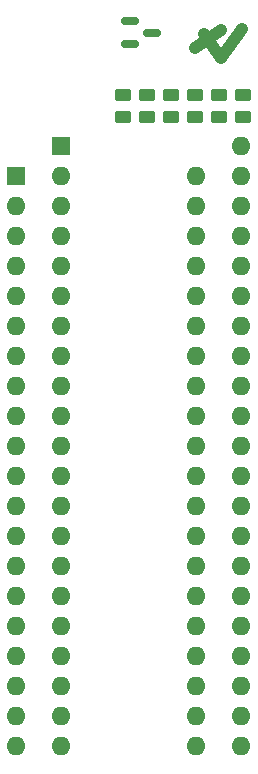
<source format=gbr>
%TF.GenerationSoftware,KiCad,Pcbnew,(6.0.7-1)-1*%
%TF.CreationDate,2022-09-30T17:05:21-04:00*%
%TF.ProjectId,tl866_27c322_adapter,746c3836-365f-4323-9763-3332325f6164,rev?*%
%TF.SameCoordinates,Original*%
%TF.FileFunction,Soldermask,Bot*%
%TF.FilePolarity,Negative*%
%FSLAX46Y46*%
G04 Gerber Fmt 4.6, Leading zero omitted, Abs format (unit mm)*
G04 Created by KiCad (PCBNEW (6.0.7-1)-1) date 2022-09-30 17:05:21*
%MOMM*%
%LPD*%
G01*
G04 APERTURE LIST*
G04 Aperture macros list*
%AMRoundRect*
0 Rectangle with rounded corners*
0 $1 Rounding radius*
0 $2 $3 $4 $5 $6 $7 $8 $9 X,Y pos of 4 corners*
0 Add a 4 corners polygon primitive as box body*
4,1,4,$2,$3,$4,$5,$6,$7,$8,$9,$2,$3,0*
0 Add four circle primitives for the rounded corners*
1,1,$1+$1,$2,$3*
1,1,$1+$1,$4,$5*
1,1,$1+$1,$6,$7*
1,1,$1+$1,$8,$9*
0 Add four rect primitives between the rounded corners*
20,1,$1+$1,$2,$3,$4,$5,0*
20,1,$1+$1,$4,$5,$6,$7,0*
20,1,$1+$1,$6,$7,$8,$9,0*
20,1,$1+$1,$8,$9,$2,$3,0*%
G04 Aperture macros list end*
%ADD10C,1.000000*%
%ADD11R,1.600000X1.600000*%
%ADD12O,1.600000X1.600000*%
%ADD13RoundRect,0.250000X0.450000X-0.262500X0.450000X0.262500X-0.450000X0.262500X-0.450000X-0.262500X0*%
%ADD14RoundRect,0.250000X-0.450000X0.262500X-0.450000X-0.262500X0.450000X-0.262500X0.450000X0.262500X0*%
%ADD15RoundRect,0.150000X-0.587500X-0.150000X0.587500X-0.150000X0.587500X0.150000X-0.587500X0.150000X0*%
G04 APERTURE END LIST*
D10*
X145934119Y-54383247D02*
X143749714Y-55912784D01*
X147728614Y-54289370D02*
X145934443Y-56708305D01*
X144514159Y-54679928D01*
D11*
%TO.C,J1*%
X132435600Y-64185800D03*
D12*
X132435600Y-66725800D03*
X132435600Y-69265800D03*
X132435600Y-71805800D03*
X132435600Y-74345800D03*
X132435600Y-76885800D03*
X132435600Y-79425800D03*
X132435600Y-81965800D03*
X132435600Y-84505800D03*
X132435600Y-87045800D03*
X132435600Y-89585800D03*
X132435600Y-92125800D03*
X132435600Y-94665800D03*
X132435600Y-97205800D03*
X132435600Y-99745800D03*
X132435600Y-102285800D03*
X132435600Y-104825800D03*
X132435600Y-107365800D03*
X132435600Y-109905800D03*
X132435600Y-112445800D03*
X132435600Y-114985800D03*
X147675600Y-114985800D03*
X147675600Y-112445800D03*
X147675600Y-109905800D03*
X147675600Y-107365800D03*
X147675600Y-104825800D03*
X147675600Y-102285800D03*
X147675600Y-99745800D03*
X147675600Y-97205800D03*
X147675600Y-94665800D03*
X147675600Y-92125800D03*
X147675600Y-89585800D03*
X147675600Y-87045800D03*
X147675600Y-84505800D03*
X147675600Y-81965800D03*
X147675600Y-79425800D03*
X147675600Y-76885800D03*
X147675600Y-74345800D03*
X147675600Y-71805800D03*
X147675600Y-69265800D03*
X147675600Y-66725800D03*
X147675600Y-64185800D03*
%TD*%
D11*
%TO.C,J2*%
X128569800Y-66705400D03*
D12*
X128569800Y-69245400D03*
X128569800Y-71785400D03*
X128569800Y-74325400D03*
X128569800Y-76865400D03*
X128569800Y-79405400D03*
X128569800Y-81945400D03*
X128569800Y-84485400D03*
X128569800Y-87025400D03*
X128569800Y-89565400D03*
X128569800Y-92105400D03*
X128569800Y-94645400D03*
X128569800Y-97185400D03*
X128569800Y-99725400D03*
X128569800Y-102265400D03*
X128569800Y-104805400D03*
X128569800Y-107345400D03*
X128569800Y-109885400D03*
X128569800Y-112425400D03*
X128569800Y-114965400D03*
X143809800Y-114965400D03*
X143809800Y-112425400D03*
X143809800Y-109885400D03*
X143809800Y-107345400D03*
X143809800Y-104805400D03*
X143809800Y-102265400D03*
X143809800Y-99725400D03*
X143809800Y-97185400D03*
X143809800Y-94645400D03*
X143809800Y-92105400D03*
X143809800Y-89565400D03*
X143809800Y-87025400D03*
X143809800Y-84485400D03*
X143809800Y-81945400D03*
X143809800Y-79405400D03*
X143809800Y-76865400D03*
X143809800Y-74325400D03*
X143809800Y-71785400D03*
X143809800Y-69245400D03*
X143809800Y-66705400D03*
%TD*%
D13*
%TO.C,R4*%
X145821400Y-61694700D03*
X145821400Y-59869700D03*
%TD*%
%TO.C,R5*%
X147853400Y-61694700D03*
X147853400Y-59869700D03*
%TD*%
D14*
%TO.C,R1*%
X139725400Y-59869700D03*
X139725400Y-61694700D03*
%TD*%
D13*
%TO.C,R2*%
X141757400Y-61694700D03*
X141757400Y-59869700D03*
%TD*%
%TO.C,R3*%
X143789400Y-61694700D03*
X143789400Y-59869700D03*
%TD*%
D15*
%TO.C,Q1*%
X138279900Y-55534600D03*
X138279900Y-53634600D03*
X140154900Y-54584600D03*
%TD*%
D14*
%TO.C,C1*%
X137668000Y-59869700D03*
X137668000Y-61694700D03*
%TD*%
M02*

</source>
